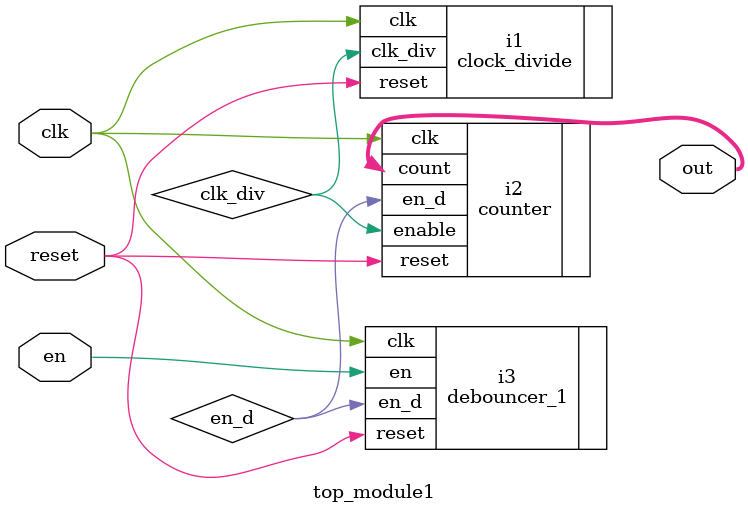
<source format=v>
module top_module1 (
clk,
reset,
en,
out
);

parameter C1_size = 5;
parameter Compare = 5;
parameter C2_max = 2'b11;
parameter C2_size = 2;
parameter C3_max = 4'b1010; 
parameter C3_size = 4;


input clk;
input reset;
input en;
output [(C2_size-1):0] out;


wire clk_div;
wire en_d;
//wire [(C2_size-1):0] count;

//clock divider
clock_divide #(.C1_size(C1_size),.Compare(Compare)) 
	 i1(
	.clk(clk), 
	.reset(reset), 
	.clk_div(clk_div));

//counter 2 bit
counter #(.C2_max(C2_max),.C2_size(C2_size)) 
	i2(
	.clk(clk),
	.enable(clk_div), 
	.reset(reset),
	.en_d(en_d),
	.count(out));


//debouncer
debouncer_1 #(.C3_size(C3_size), .C3_max(C3_max))
	i3(
	.clk(clk),
	.reset(reset),
	.en(en),
	.en_d(en_d));

/*mux
mux #(.C2_size(C2_size)) 
	i4(
	.sel(en_d),
	.count(count),
	.out(out));*/
	

endmodule
</source>
